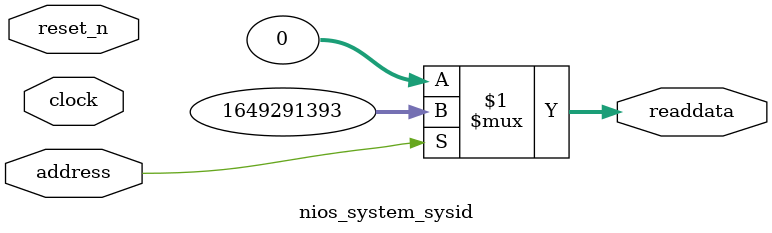
<source format=v>



// synthesis translate_off
`timescale 1ns / 1ps
// synthesis translate_on

// turn off superfluous verilog processor warnings 
// altera message_level Level1 
// altera message_off 10034 10035 10036 10037 10230 10240 10030 

module nios_system_sysid (
               // inputs:
                address,
                clock,
                reset_n,

               // outputs:
                readdata
             )
;

  output  [ 31: 0] readdata;
  input            address;
  input            clock;
  input            reset_n;

  wire    [ 31: 0] readdata;
  //control_slave, which is an e_avalon_slave
  assign readdata = address ? 1649291393 : 0;

endmodule



</source>
